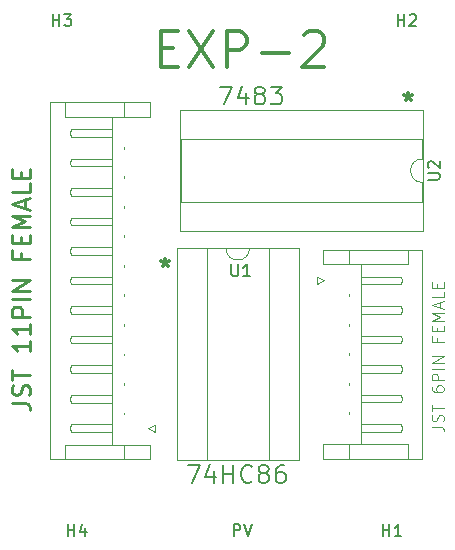
<source format=gbr>
%TF.GenerationSoftware,KiCad,Pcbnew,(6.0.6)*%
%TF.CreationDate,2022-10-10T23:24:50+05:30*%
%TF.ProjectId,exp2,65787032-2e6b-4696-9361-645f70636258,rev?*%
%TF.SameCoordinates,Original*%
%TF.FileFunction,Legend,Top*%
%TF.FilePolarity,Positive*%
%FSLAX46Y46*%
G04 Gerber Fmt 4.6, Leading zero omitted, Abs format (unit mm)*
G04 Created by KiCad (PCBNEW (6.0.6)) date 2022-10-10 23:24:50*
%MOMM*%
%LPD*%
G01*
G04 APERTURE LIST*
%ADD10C,0.300000*%
%ADD11C,0.125000*%
%ADD12C,0.150000*%
%ADD13C,0.254000*%
%ADD14C,0.120000*%
G04 APERTURE END LIST*
D10*
X134730000Y-83568571D02*
X134730000Y-83925714D01*
X134372857Y-83782857D02*
X134730000Y-83925714D01*
X135087142Y-83782857D01*
X134515714Y-84211428D02*
X134730000Y-83925714D01*
X134944285Y-84211428D01*
X114160000Y-97638571D02*
X114160000Y-97995714D01*
X113802857Y-97852857D02*
X114160000Y-97995714D01*
X114517142Y-97852857D01*
X113945714Y-98281428D02*
X114160000Y-97995714D01*
X114374285Y-98281428D01*
D11*
X136742380Y-111832380D02*
X137456666Y-111832380D01*
X137599523Y-111880000D01*
X137694761Y-111975238D01*
X137742380Y-112118095D01*
X137742380Y-112213333D01*
X137694761Y-111403809D02*
X137742380Y-111260952D01*
X137742380Y-111022857D01*
X137694761Y-110927619D01*
X137647142Y-110880000D01*
X137551904Y-110832380D01*
X137456666Y-110832380D01*
X137361428Y-110880000D01*
X137313809Y-110927619D01*
X137266190Y-111022857D01*
X137218571Y-111213333D01*
X137170952Y-111308571D01*
X137123333Y-111356190D01*
X137028095Y-111403809D01*
X136932857Y-111403809D01*
X136837619Y-111356190D01*
X136790000Y-111308571D01*
X136742380Y-111213333D01*
X136742380Y-110975238D01*
X136790000Y-110832380D01*
X136742380Y-110546666D02*
X136742380Y-109975238D01*
X137742380Y-110260952D02*
X136742380Y-110260952D01*
X136742380Y-108451428D02*
X136742380Y-108641904D01*
X136790000Y-108737142D01*
X136837619Y-108784761D01*
X136980476Y-108880000D01*
X137170952Y-108927619D01*
X137551904Y-108927619D01*
X137647142Y-108880000D01*
X137694761Y-108832380D01*
X137742380Y-108737142D01*
X137742380Y-108546666D01*
X137694761Y-108451428D01*
X137647142Y-108403809D01*
X137551904Y-108356190D01*
X137313809Y-108356190D01*
X137218571Y-108403809D01*
X137170952Y-108451428D01*
X137123333Y-108546666D01*
X137123333Y-108737142D01*
X137170952Y-108832380D01*
X137218571Y-108880000D01*
X137313809Y-108927619D01*
X137742380Y-107927619D02*
X136742380Y-107927619D01*
X136742380Y-107546666D01*
X136790000Y-107451428D01*
X136837619Y-107403809D01*
X136932857Y-107356190D01*
X137075714Y-107356190D01*
X137170952Y-107403809D01*
X137218571Y-107451428D01*
X137266190Y-107546666D01*
X137266190Y-107927619D01*
X137742380Y-106927619D02*
X136742380Y-106927619D01*
X137742380Y-106451428D02*
X136742380Y-106451428D01*
X137742380Y-105880000D01*
X136742380Y-105880000D01*
X137218571Y-104308571D02*
X137218571Y-104641904D01*
X137742380Y-104641904D02*
X136742380Y-104641904D01*
X136742380Y-104165714D01*
X137218571Y-103784761D02*
X137218571Y-103451428D01*
X137742380Y-103308571D02*
X137742380Y-103784761D01*
X136742380Y-103784761D01*
X136742380Y-103308571D01*
X137742380Y-102880000D02*
X136742380Y-102880000D01*
X137456666Y-102546666D01*
X136742380Y-102213333D01*
X137742380Y-102213333D01*
X137456666Y-101784761D02*
X137456666Y-101308571D01*
X137742380Y-101880000D02*
X136742380Y-101546666D01*
X137742380Y-101213333D01*
X137742380Y-100403809D02*
X137742380Y-100880000D01*
X136742380Y-100880000D01*
X137218571Y-100070476D02*
X137218571Y-99737142D01*
X137742380Y-99594285D02*
X137742380Y-100070476D01*
X136742380Y-100070476D01*
X136742380Y-99594285D01*
D10*
X113792857Y-79795714D02*
X114792857Y-79795714D01*
X115221428Y-81367142D02*
X113792857Y-81367142D01*
X113792857Y-78367142D01*
X115221428Y-78367142D01*
X116221428Y-78367142D02*
X118221428Y-81367142D01*
X118221428Y-78367142D02*
X116221428Y-81367142D01*
X119364285Y-81367142D02*
X119364285Y-78367142D01*
X120507142Y-78367142D01*
X120792857Y-78510000D01*
X120935714Y-78652857D01*
X121078571Y-78938571D01*
X121078571Y-79367142D01*
X120935714Y-79652857D01*
X120792857Y-79795714D01*
X120507142Y-79938571D01*
X119364285Y-79938571D01*
X122364285Y-80224285D02*
X124650000Y-80224285D01*
X125935714Y-78652857D02*
X126078571Y-78510000D01*
X126364285Y-78367142D01*
X127078571Y-78367142D01*
X127364285Y-78510000D01*
X127507142Y-78652857D01*
X127650000Y-78938571D01*
X127650000Y-79224285D01*
X127507142Y-79652857D01*
X125792857Y-81367142D01*
X127650000Y-81367142D01*
D12*
X119959523Y-121102380D02*
X119959523Y-120102380D01*
X120340476Y-120102380D01*
X120435714Y-120150000D01*
X120483333Y-120197619D01*
X120530952Y-120292857D01*
X120530952Y-120435714D01*
X120483333Y-120530952D01*
X120435714Y-120578571D01*
X120340476Y-120626190D01*
X119959523Y-120626190D01*
X120816666Y-120102380D02*
X121150000Y-121102380D01*
X121483333Y-120102380D01*
D13*
X101228571Y-109822857D02*
X102300000Y-109822857D01*
X102514285Y-109894285D01*
X102657142Y-110037142D01*
X102728571Y-110251428D01*
X102728571Y-110394285D01*
X102657142Y-109180000D02*
X102728571Y-108965714D01*
X102728571Y-108608571D01*
X102657142Y-108465714D01*
X102585714Y-108394285D01*
X102442857Y-108322857D01*
X102300000Y-108322857D01*
X102157142Y-108394285D01*
X102085714Y-108465714D01*
X102014285Y-108608571D01*
X101942857Y-108894285D01*
X101871428Y-109037142D01*
X101800000Y-109108571D01*
X101657142Y-109180000D01*
X101514285Y-109180000D01*
X101371428Y-109108571D01*
X101300000Y-109037142D01*
X101228571Y-108894285D01*
X101228571Y-108537142D01*
X101300000Y-108322857D01*
X101228571Y-107894285D02*
X101228571Y-107037142D01*
X102728571Y-107465714D02*
X101228571Y-107465714D01*
X102728571Y-104608571D02*
X102728571Y-105465714D01*
X102728571Y-105037142D02*
X101228571Y-105037142D01*
X101442857Y-105180000D01*
X101585714Y-105322857D01*
X101657142Y-105465714D01*
X102728571Y-103180000D02*
X102728571Y-104037142D01*
X102728571Y-103608571D02*
X101228571Y-103608571D01*
X101442857Y-103751428D01*
X101585714Y-103894285D01*
X101657142Y-104037142D01*
X102728571Y-102537142D02*
X101228571Y-102537142D01*
X101228571Y-101965714D01*
X101300000Y-101822857D01*
X101371428Y-101751428D01*
X101514285Y-101680000D01*
X101728571Y-101680000D01*
X101871428Y-101751428D01*
X101942857Y-101822857D01*
X102014285Y-101965714D01*
X102014285Y-102537142D01*
X102728571Y-101037142D02*
X101228571Y-101037142D01*
X102728571Y-100322857D02*
X101228571Y-100322857D01*
X102728571Y-99465714D01*
X101228571Y-99465714D01*
X101942857Y-97108571D02*
X101942857Y-97608571D01*
X102728571Y-97608571D02*
X101228571Y-97608571D01*
X101228571Y-96894285D01*
X101942857Y-96322857D02*
X101942857Y-95822857D01*
X102728571Y-95608571D02*
X102728571Y-96322857D01*
X101228571Y-96322857D01*
X101228571Y-95608571D01*
X102728571Y-94965714D02*
X101228571Y-94965714D01*
X102300000Y-94465714D01*
X101228571Y-93965714D01*
X102728571Y-93965714D01*
X102300000Y-93322857D02*
X102300000Y-92608571D01*
X102728571Y-93465714D02*
X101228571Y-92965714D01*
X102728571Y-92465714D01*
X102728571Y-91251428D02*
X102728571Y-91965714D01*
X101228571Y-91965714D01*
X101942857Y-90751428D02*
X101942857Y-90251428D01*
X102728571Y-90037142D02*
X102728571Y-90751428D01*
X101228571Y-90751428D01*
X101228571Y-90037142D01*
D12*
%TO.C,H4*%
X105918095Y-121102380D02*
X105918095Y-120102380D01*
X105918095Y-120578571D02*
X106489523Y-120578571D01*
X106489523Y-121102380D02*
X106489523Y-120102380D01*
X107394285Y-120435714D02*
X107394285Y-121102380D01*
X107156190Y-120054761D02*
X106918095Y-120769047D01*
X107537142Y-120769047D01*
%TO.C,H3*%
X104648095Y-77922380D02*
X104648095Y-76922380D01*
X104648095Y-77398571D02*
X105219523Y-77398571D01*
X105219523Y-77922380D02*
X105219523Y-76922380D01*
X105600476Y-76922380D02*
X106219523Y-76922380D01*
X105886190Y-77303333D01*
X106029047Y-77303333D01*
X106124285Y-77350952D01*
X106171904Y-77398571D01*
X106219523Y-77493809D01*
X106219523Y-77731904D01*
X106171904Y-77827142D01*
X106124285Y-77874761D01*
X106029047Y-77922380D01*
X105743333Y-77922380D01*
X105648095Y-77874761D01*
X105600476Y-77827142D01*
%TO.C,H2*%
X133858095Y-77922380D02*
X133858095Y-76922380D01*
X133858095Y-77398571D02*
X134429523Y-77398571D01*
X134429523Y-77922380D02*
X134429523Y-76922380D01*
X134858095Y-77017619D02*
X134905714Y-76970000D01*
X135000952Y-76922380D01*
X135239047Y-76922380D01*
X135334285Y-76970000D01*
X135381904Y-77017619D01*
X135429523Y-77112857D01*
X135429523Y-77208095D01*
X135381904Y-77350952D01*
X134810476Y-77922380D01*
X135429523Y-77922380D01*
%TO.C,H1*%
X132588095Y-121102380D02*
X132588095Y-120102380D01*
X132588095Y-120578571D02*
X133159523Y-120578571D01*
X133159523Y-121102380D02*
X133159523Y-120102380D01*
X134159523Y-121102380D02*
X133588095Y-121102380D01*
X133873809Y-121102380D02*
X133873809Y-120102380D01*
X133778571Y-120245238D01*
X133683333Y-120340476D01*
X133588095Y-120388095D01*
%TO.C,U2*%
X136402380Y-90931904D02*
X137211904Y-90931904D01*
X137307142Y-90884285D01*
X137354761Y-90836666D01*
X137402380Y-90741428D01*
X137402380Y-90550952D01*
X137354761Y-90455714D01*
X137307142Y-90408095D01*
X137211904Y-90360476D01*
X136402380Y-90360476D01*
X136497619Y-89931904D02*
X136450000Y-89884285D01*
X136402380Y-89789047D01*
X136402380Y-89550952D01*
X136450000Y-89455714D01*
X136497619Y-89408095D01*
X136592857Y-89360476D01*
X136688095Y-89360476D01*
X136830952Y-89408095D01*
X137402380Y-89979523D01*
X137402380Y-89360476D01*
X118807142Y-83058571D02*
X119807142Y-83058571D01*
X119164285Y-84558571D01*
X121021428Y-83558571D02*
X121021428Y-84558571D01*
X120664285Y-82987142D02*
X120307142Y-84058571D01*
X121235714Y-84058571D01*
X122021428Y-83701428D02*
X121878571Y-83630000D01*
X121807142Y-83558571D01*
X121735714Y-83415714D01*
X121735714Y-83344285D01*
X121807142Y-83201428D01*
X121878571Y-83130000D01*
X122021428Y-83058571D01*
X122307142Y-83058571D01*
X122450000Y-83130000D01*
X122521428Y-83201428D01*
X122592857Y-83344285D01*
X122592857Y-83415714D01*
X122521428Y-83558571D01*
X122450000Y-83630000D01*
X122307142Y-83701428D01*
X122021428Y-83701428D01*
X121878571Y-83772857D01*
X121807142Y-83844285D01*
X121735714Y-83987142D01*
X121735714Y-84272857D01*
X121807142Y-84415714D01*
X121878571Y-84487142D01*
X122021428Y-84558571D01*
X122307142Y-84558571D01*
X122450000Y-84487142D01*
X122521428Y-84415714D01*
X122592857Y-84272857D01*
X122592857Y-83987142D01*
X122521428Y-83844285D01*
X122450000Y-83772857D01*
X122307142Y-83701428D01*
X123092857Y-83058571D02*
X124021428Y-83058571D01*
X123521428Y-83630000D01*
X123735714Y-83630000D01*
X123878571Y-83701428D01*
X123950000Y-83772857D01*
X124021428Y-83915714D01*
X124021428Y-84272857D01*
X123950000Y-84415714D01*
X123878571Y-84487142D01*
X123735714Y-84558571D01*
X123307142Y-84558571D01*
X123164285Y-84487142D01*
X123092857Y-84415714D01*
%TO.C,U1*%
X119778095Y-98112380D02*
X119778095Y-98921904D01*
X119825714Y-99017142D01*
X119873333Y-99064761D01*
X119968571Y-99112380D01*
X120159047Y-99112380D01*
X120254285Y-99064761D01*
X120301904Y-99017142D01*
X120349523Y-98921904D01*
X120349523Y-98112380D01*
X121349523Y-99112380D02*
X120778095Y-99112380D01*
X121063809Y-99112380D02*
X121063809Y-98112380D01*
X120968571Y-98255238D01*
X120873333Y-98350476D01*
X120778095Y-98398095D01*
X116081428Y-115108571D02*
X117081428Y-115108571D01*
X116438571Y-116608571D01*
X118295714Y-115608571D02*
X118295714Y-116608571D01*
X117938571Y-115037142D02*
X117581428Y-116108571D01*
X118510000Y-116108571D01*
X119081428Y-116608571D02*
X119081428Y-115108571D01*
X119081428Y-115822857D02*
X119938571Y-115822857D01*
X119938571Y-116608571D02*
X119938571Y-115108571D01*
X121510000Y-116465714D02*
X121438571Y-116537142D01*
X121224285Y-116608571D01*
X121081428Y-116608571D01*
X120867142Y-116537142D01*
X120724285Y-116394285D01*
X120652857Y-116251428D01*
X120581428Y-115965714D01*
X120581428Y-115751428D01*
X120652857Y-115465714D01*
X120724285Y-115322857D01*
X120867142Y-115180000D01*
X121081428Y-115108571D01*
X121224285Y-115108571D01*
X121438571Y-115180000D01*
X121510000Y-115251428D01*
X122367142Y-115751428D02*
X122224285Y-115680000D01*
X122152857Y-115608571D01*
X122081428Y-115465714D01*
X122081428Y-115394285D01*
X122152857Y-115251428D01*
X122224285Y-115180000D01*
X122367142Y-115108571D01*
X122652857Y-115108571D01*
X122795714Y-115180000D01*
X122867142Y-115251428D01*
X122938571Y-115394285D01*
X122938571Y-115465714D01*
X122867142Y-115608571D01*
X122795714Y-115680000D01*
X122652857Y-115751428D01*
X122367142Y-115751428D01*
X122224285Y-115822857D01*
X122152857Y-115894285D01*
X122081428Y-116037142D01*
X122081428Y-116322857D01*
X122152857Y-116465714D01*
X122224285Y-116537142D01*
X122367142Y-116608571D01*
X122652857Y-116608571D01*
X122795714Y-116537142D01*
X122867142Y-116465714D01*
X122938571Y-116322857D01*
X122938571Y-116037142D01*
X122867142Y-115894285D01*
X122795714Y-115822857D01*
X122652857Y-115751428D01*
X124224285Y-115108571D02*
X123938571Y-115108571D01*
X123795714Y-115180000D01*
X123724285Y-115251428D01*
X123581428Y-115465714D01*
X123510000Y-115751428D01*
X123510000Y-116322857D01*
X123581428Y-116465714D01*
X123652857Y-116537142D01*
X123795714Y-116608571D01*
X124081428Y-116608571D01*
X124224285Y-116537142D01*
X124295714Y-116465714D01*
X124367142Y-116322857D01*
X124367142Y-115965714D01*
X124295714Y-115822857D01*
X124224285Y-115751428D01*
X124081428Y-115680000D01*
X123795714Y-115680000D01*
X123652857Y-115751428D01*
X123581428Y-115822857D01*
X123510000Y-115965714D01*
D14*
%TO.C,J2*%
X134137500Y-111640000D02*
X134217500Y-111960000D01*
X134137500Y-109780000D02*
X130717500Y-109780000D01*
X130717500Y-112280000D02*
X130717500Y-111960000D01*
X134717500Y-96850000D02*
X134717500Y-98070000D01*
X130717500Y-106640000D02*
X134137500Y-106640000D01*
X130717500Y-104780000D02*
X130717500Y-104460000D01*
X135937500Y-114570000D02*
X127517500Y-114570000D01*
X127027500Y-99160000D02*
X127027500Y-99760000D01*
X134137500Y-99140000D02*
X134217500Y-99460000D01*
X130717500Y-99140000D02*
X134137500Y-99140000D01*
X130717500Y-102280000D02*
X130717500Y-101960000D01*
X134217500Y-101960000D02*
X134137500Y-102280000D01*
X134717500Y-98070000D02*
X129717500Y-98070000D01*
X134217500Y-106960000D02*
X134137500Y-107280000D01*
X134717500Y-113350000D02*
X129717500Y-113350000D01*
X130717500Y-101960000D02*
X130717500Y-101640000D01*
X130717500Y-99460000D02*
X130717500Y-99140000D01*
X134137500Y-106640000D02*
X134217500Y-106960000D01*
X129717500Y-98070000D02*
X127517500Y-98070000D01*
X127517500Y-96850000D02*
X135937500Y-96850000D01*
X130717500Y-109780000D02*
X130717500Y-109460000D01*
X134137500Y-99780000D02*
X130717500Y-99780000D01*
X134137500Y-101640000D02*
X134217500Y-101960000D01*
X134137500Y-104780000D02*
X130717500Y-104780000D01*
X129717500Y-113350000D02*
X129717500Y-114570000D01*
X127517500Y-113350000D02*
X129717500Y-113350000D01*
X130717500Y-109140000D02*
X134137500Y-109140000D01*
X134137500Y-102280000D02*
X130717500Y-102280000D01*
X127517500Y-114570000D02*
X127517500Y-113350000D01*
X130717500Y-101640000D02*
X134137500Y-101640000D01*
X129717500Y-103130000D02*
X129717500Y-103290000D01*
X129717500Y-108130000D02*
X129717500Y-108290000D01*
X134137500Y-112280000D02*
X130717500Y-112280000D01*
X134137500Y-107280000D02*
X130717500Y-107280000D01*
X129717500Y-105630000D02*
X129717500Y-105790000D01*
X134717500Y-114570000D02*
X134717500Y-113350000D01*
X130717500Y-106960000D02*
X130717500Y-106640000D01*
X130717500Y-107280000D02*
X130717500Y-106960000D01*
X130717500Y-111640000D02*
X134137500Y-111640000D01*
X130717500Y-99780000D02*
X130717500Y-99460000D01*
X127627500Y-99460000D02*
X127027500Y-99160000D01*
X130717500Y-111960000D02*
X130717500Y-111640000D01*
X134137500Y-109140000D02*
X134217500Y-109460000D01*
X129717500Y-100630000D02*
X129717500Y-100790000D01*
X134217500Y-109460000D02*
X134137500Y-109780000D01*
X130717500Y-98070000D02*
X130717500Y-113350000D01*
X130717500Y-104460000D02*
X130717500Y-104140000D01*
X129717500Y-110630000D02*
X129717500Y-110790000D01*
X127027500Y-99760000D02*
X127627500Y-99460000D01*
X135937500Y-96850000D02*
X135937500Y-114570000D01*
X129717500Y-98070000D02*
X129717500Y-96850000D01*
X134217500Y-99460000D02*
X134137500Y-99780000D01*
X130717500Y-104140000D02*
X134137500Y-104140000D01*
X130717500Y-109460000D02*
X130717500Y-109140000D01*
X134217500Y-104460000D02*
X134137500Y-104780000D01*
X134137500Y-104140000D02*
X134217500Y-104460000D01*
X127517500Y-98070000D02*
X127517500Y-96850000D01*
X134217500Y-111960000D02*
X134137500Y-112280000D01*
%TO.C,U2*%
X135950000Y-89170000D02*
X135950000Y-87520000D01*
X115510000Y-87520000D02*
X115510000Y-92820000D01*
X136010000Y-95310000D02*
X136010000Y-85030000D01*
X135950000Y-92820000D02*
X135950000Y-91170000D01*
X136010000Y-85030000D02*
X115450000Y-85030000D01*
X115450000Y-85030000D02*
X115450000Y-95310000D01*
X115450000Y-95310000D02*
X136010000Y-95310000D01*
X135950000Y-87520000D02*
X115510000Y-87520000D01*
X115510000Y-92820000D02*
X135950000Y-92820000D01*
X135950000Y-89170000D02*
G75*
G03*
X135950000Y-91170000I0J-1000000D01*
G01*
%TO.C,J1*%
X110650000Y-95810000D02*
X110650000Y-95650000D01*
X113340000Y-112280000D02*
X113340000Y-111680000D01*
X106230000Y-86660000D02*
X109650000Y-86660000D01*
X109650000Y-106980000D02*
X109650000Y-107300000D01*
X109650000Y-86660000D02*
X109650000Y-86980000D01*
X112850000Y-84370000D02*
X112850000Y-85590000D01*
X109650000Y-97300000D02*
X106230000Y-97300000D01*
X106230000Y-89800000D02*
X106150000Y-89480000D01*
X109650000Y-109800000D02*
X106230000Y-109800000D01*
X110650000Y-110810000D02*
X110650000Y-110650000D01*
X109650000Y-99160000D02*
X109650000Y-99480000D01*
X106150000Y-99480000D02*
X106230000Y-99160000D01*
X106230000Y-92300000D02*
X106150000Y-91980000D01*
X106150000Y-109480000D02*
X106230000Y-109160000D01*
X112740000Y-111980000D02*
X113340000Y-112280000D01*
X112850000Y-114590000D02*
X104430000Y-114590000D01*
X106230000Y-104160000D02*
X109650000Y-104160000D01*
X110650000Y-105810000D02*
X110650000Y-105650000D01*
X109650000Y-106660000D02*
X109650000Y-106980000D01*
X110650000Y-100810000D02*
X110650000Y-100650000D01*
X109650000Y-96660000D02*
X109650000Y-96980000D01*
X109650000Y-89160000D02*
X109650000Y-89480000D01*
X106230000Y-111660000D02*
X109650000Y-111660000D01*
X109650000Y-113370000D02*
X109650000Y-85590000D01*
X106150000Y-86980000D02*
X106230000Y-86660000D01*
X106230000Y-97300000D02*
X106150000Y-96980000D01*
X106230000Y-89160000D02*
X109650000Y-89160000D01*
X109650000Y-96980000D02*
X109650000Y-97300000D01*
X110650000Y-103310000D02*
X110650000Y-103150000D01*
X112850000Y-113370000D02*
X112850000Y-114590000D01*
X106230000Y-104800000D02*
X106150000Y-104480000D01*
X109650000Y-94800000D02*
X106230000Y-94800000D01*
X106150000Y-106980000D02*
X106230000Y-106660000D01*
X106230000Y-112300000D02*
X106150000Y-111980000D01*
X106150000Y-104480000D02*
X106230000Y-104160000D01*
X109650000Y-111660000D02*
X109650000Y-111980000D01*
X110650000Y-90810000D02*
X110650000Y-90650000D01*
X110650000Y-85590000D02*
X110650000Y-84370000D01*
X106230000Y-99800000D02*
X106150000Y-99480000D01*
X109650000Y-111980000D02*
X109650000Y-112300000D01*
X109650000Y-94480000D02*
X109650000Y-94800000D01*
X109650000Y-102300000D02*
X106230000Y-102300000D01*
X106150000Y-96980000D02*
X106230000Y-96660000D01*
X106230000Y-87300000D02*
X106150000Y-86980000D01*
X109650000Y-101660000D02*
X109650000Y-101980000D01*
X106230000Y-109800000D02*
X106150000Y-109480000D01*
X109650000Y-89800000D02*
X106230000Y-89800000D01*
X106230000Y-107300000D02*
X106150000Y-106980000D01*
X109650000Y-94160000D02*
X109650000Y-94480000D01*
X104430000Y-84370000D02*
X112850000Y-84370000D01*
X106230000Y-96660000D02*
X109650000Y-96660000D01*
X113340000Y-111680000D02*
X112740000Y-111980000D01*
X106230000Y-94800000D02*
X106150000Y-94480000D01*
X110650000Y-113370000D02*
X110650000Y-114590000D01*
X106230000Y-109160000D02*
X109650000Y-109160000D01*
X109650000Y-87300000D02*
X106230000Y-87300000D01*
X110650000Y-113370000D02*
X112850000Y-113370000D01*
X109650000Y-89480000D02*
X109650000Y-89800000D01*
X106150000Y-94480000D02*
X106230000Y-94160000D01*
X109650000Y-99800000D02*
X106230000Y-99800000D01*
X106150000Y-89480000D02*
X106230000Y-89160000D01*
X109650000Y-109160000D02*
X109650000Y-109480000D01*
X109650000Y-104800000D02*
X106230000Y-104800000D01*
X109650000Y-101980000D02*
X109650000Y-102300000D01*
X104430000Y-114590000D02*
X104430000Y-84370000D01*
X106150000Y-91980000D02*
X106230000Y-91660000D01*
X109650000Y-91660000D02*
X109650000Y-91980000D01*
X105650000Y-85590000D02*
X110650000Y-85590000D01*
X109650000Y-104160000D02*
X109650000Y-104480000D01*
X109650000Y-86980000D02*
X109650000Y-87300000D01*
X105650000Y-84370000D02*
X105650000Y-85590000D01*
X106230000Y-91660000D02*
X109650000Y-91660000D01*
X106150000Y-111980000D02*
X106230000Y-111660000D01*
X109650000Y-112300000D02*
X106230000Y-112300000D01*
X110650000Y-88310000D02*
X110650000Y-88150000D01*
X105650000Y-114590000D02*
X105650000Y-113370000D01*
X110650000Y-108310000D02*
X110650000Y-108150000D01*
X110650000Y-98310000D02*
X110650000Y-98150000D01*
X109650000Y-107300000D02*
X106230000Y-107300000D01*
X106230000Y-106660000D02*
X109650000Y-106660000D01*
X109650000Y-91980000D02*
X109650000Y-92300000D01*
X110650000Y-93310000D02*
X110650000Y-93150000D01*
X109650000Y-92300000D02*
X106230000Y-92300000D01*
X109650000Y-104480000D02*
X109650000Y-104800000D01*
X105650000Y-113370000D02*
X110650000Y-113370000D01*
X112850000Y-85590000D02*
X110650000Y-85590000D01*
X106230000Y-101660000D02*
X109650000Y-101660000D01*
X106230000Y-94160000D02*
X109650000Y-94160000D01*
X106230000Y-102300000D02*
X106150000Y-101980000D01*
X106150000Y-101980000D02*
X106230000Y-101660000D01*
X106230000Y-99160000D02*
X109650000Y-99160000D01*
X109650000Y-99480000D02*
X109650000Y-99800000D01*
X109650000Y-109480000D02*
X109650000Y-109800000D01*
%TO.C,U1*%
X117670000Y-114635000D02*
X122970000Y-114635000D01*
X117670000Y-96735000D02*
X117670000Y-114635000D01*
X125460000Y-96675000D02*
X115180000Y-96675000D01*
X115180000Y-114695000D02*
X125460000Y-114695000D01*
X122970000Y-114635000D02*
X122970000Y-96735000D01*
X125460000Y-114695000D02*
X125460000Y-96675000D01*
X122970000Y-96735000D02*
X121320000Y-96735000D01*
X119320000Y-96735000D02*
X117670000Y-96735000D01*
X115180000Y-96675000D02*
X115180000Y-114695000D01*
X119320000Y-96735000D02*
G75*
G03*
X121320000Y-96735000I1000000J0D01*
G01*
%TD*%
M02*

</source>
